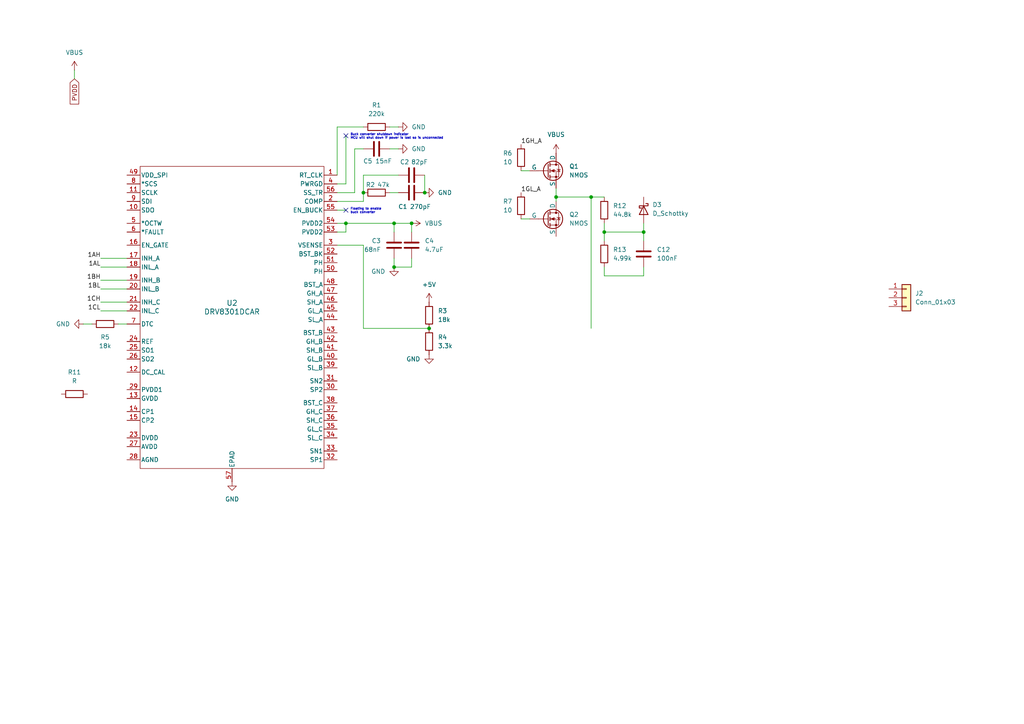
<source format=kicad_sch>
(kicad_sch (version 20231120) (generator "eeschema") (generator_version "8.0")
  (paper "A4")
  (lib_symbols
    (symbol "Connector_Generic:Conn_01x03" (pin_names (offset 1.016) hide)
      (property "Reference" "J" (at 0 5.08 0))
      (property "Value" "Conn_01x03" (at 0 -5.08 0))
      (symbol "Conn_01x03_1_1"
        (rectangle (start -1.27 -2.413) (end 0 -2.667) (stroke (width 0.1524)))
        (rectangle (start -1.27 0.127) (end 0 -0.127) (stroke (width 0.1524)))
        (rectangle (start -1.27 2.667) (end 0 2.413) (stroke (width 0.1524)))
        (rectangle (start -1.27 3.81) (end 1.27 -3.81) (stroke (width 0.254)) (fill (type background)))
        (pin passive line (at -5.08 2.54 0) (length 3.81) (name "Pin_1") (number "1"))
        (pin passive line (at -5.08 0 0) (length 3.81) (name "Pin_2") (number "2"))
        (pin passive line (at -5.08 -2.54 0) (length 3.81) (name "Pin_3") (number "3"))
      )
    )
    (symbol "Device:C" (pin_numbers hide) (pin_names (offset 0.254))
      (property "Reference" "C" (at 0.635 2.54 0))
      (property "Value" "C" (at 0.635 -2.54 0))
      (symbol "C_0_1"
        (polyline (pts (xy -2.032 -0.762) (xy 2.032 -0.762)) (stroke (width 0.508)))
        (polyline (pts (xy -2.032 0.762) (xy 2.032 0.762)) (stroke (width 0.508)))
      )
      (symbol "C_1_1"
        (pin passive line (at 0 3.81 270) (length 2.794) (name "~") (number "1"))
        (pin passive line (at 0 -3.81 90) (length 2.794) (name "~") (number "2"))
      )
    )
    (symbol "Device:D_Schottky" (pin_numbers hide) (pin_names (offset 1.016) hide)
      (property "Reference" "D" (at 0 2.54 0))
      (property "Value" "D_Schottky" (at 0 -2.54 0))
      (symbol "D_Schottky_0_1"
        (polyline (pts (xy 1.27 0) (xy -1.27 0)))
        (polyline (pts (xy 1.27 1.27) (xy 1.27 -1.27) (xy -1.27 0) (xy 1.27 1.27)) (stroke (width 0.254)))
        (polyline (pts (xy -1.905 0.635) (xy -1.905 1.27) (xy -1.27 1.27) (xy -1.27 -1.27) (xy -0.635 -1.27) (xy -0.635 -0.635)) (stroke (width 0.254)))
      )
      (symbol "D_Schottky_1_1"
        (pin passive line (at -3.81 0 0) (length 2.54) (name "K") (number "1"))
        (pin passive line (at 3.81 0 180) (length 2.54) (name "A") (number "2"))
      )
    )
    (symbol "Device:R" (pin_numbers hide) (pin_names (offset 0))
      (property "Reference" "R" (at 2.032 0 90))
      (property "Value" "R" (at 0 0 90))
      (symbol "R_0_1"
        (rectangle (start -1.016 -2.54) (end 1.016 2.54) (stroke (width 0.254)))
      )
      (symbol "R_1_1"
        (pin passive line (at 0 3.81 270) (length 1.27) (name "~") (number "1"))
        (pin passive line (at 0 -3.81 90) (length 1.27) (name "~") (number "2"))
      )
    )
    (symbol "EchoSymbols:DRV8301DCAR" (pin_names (offset 0.254))
      (property "Reference" "U" (at 0 1.524 0))
      (property "Value" "DRV8301DCAR" (at 0 -1.016 0))
      (symbol "DRV8301DCAR_0_1"
        (pin input line (at 30.48 39.37 180) (length 3.81) (name "RT_CLK") (number "1"))
        (pin output line (at -30.48 29.21 0) (length 3.81) (name "SDO") (number "10"))
        (pin input line (at -30.48 34.29 0) (length 3.81) (name "SCLK") (number "11"))
        (pin input line (at -30.48 -17.78 0) (length 3.81) (name "DC_CAL") (number "12"))
        (pin power_in line (at -30.48 -25.4 0) (length 3.81) (name "GVDD") (number "13"))
        (pin power_in line (at -30.48 -29.21 0) (length 3.81) (name "CP1") (number "14"))
        (pin power_in line (at -30.48 -31.75 0) (length 3.81) (name "CP2") (number "15"))
        (pin input line (at -30.48 19.05 0) (length 3.81) (name "EN_GATE") (number "16"))
        (pin input line (at -30.48 15.24 0) (length 3.81) (name "INH_A") (number "17"))
        (pin input line (at -30.48 12.7 0) (length 3.81) (name "INL_A") (number "18"))
        (pin input line (at -30.48 8.89 0) (length 3.81) (name "INH_B") (number "19"))
        (pin output line (at 30.48 31.75 180) (length 3.81) (name "COMP") (number "2"))
        (pin input line (at -30.48 6.35 0) (length 3.81) (name "INL_B") (number "20"))
        (pin input line (at -30.48 2.54 0) (length 3.81) (name "INH_C") (number "21"))
        (pin input line (at -30.48 0 0) (length 3.81) (name "INL_C") (number "22"))
        (pin power_in line (at -30.48 -36.83 0) (length 3.81) (name "DVDD") (number "23"))
        (pin input line (at -30.48 -8.89 0) (length 3.81) (name "REF") (number "24"))
        (pin output line (at -30.48 -11.43 0) (length 3.81) (name "SO1") (number "25"))
        (pin output line (at -30.48 -13.97 0) (length 3.81) (name "SO2") (number "26"))
        (pin power_in line (at -30.48 -39.37 0) (length 3.81) (name "AVDD") (number "27"))
        (pin power_in line (at -30.48 -43.18 0) (length 3.81) (name "AGND") (number "28"))
        (pin power_in line (at -30.48 -22.86 0) (length 3.81) (name "PVDD1") (number "29"))
        (pin input line (at 30.48 19.05 180) (length 3.81) (name "VSENSE") (number "3"))
        (pin input line (at 30.48 -22.86 180) (length 3.81) (name "SP2") (number "30"))
        (pin input line (at 30.48 -20.32 180) (length 3.81) (name "SN2") (number "31"))
        (pin input line (at 30.48 -43.18 180) (length 3.81) (name "SP1") (number "32"))
        (pin input line (at 30.48 -40.64 180) (length 3.81) (name "SN1") (number "33"))
        (pin input line (at 30.48 -36.83 180) (length 3.81) (name "SL_C") (number "34"))
        (pin output line (at 30.48 -34.29 180) (length 3.81) (name "GL_C") (number "35"))
        (pin input line (at 30.48 -31.75 180) (length 3.81) (name "SH_C") (number "36"))
        (pin output line (at 30.48 -29.21 180) (length 3.81) (name "GH_C") (number "37"))
        (pin power_in line (at 30.48 -26.67 180) (length 3.81) (name "BST_C") (number "38"))
        (pin input line (at 30.48 -16.51 180) (length 3.81) (name "SL_B") (number "39"))
        (pin input line (at 30.48 36.83 180) (length 3.81) (name "PWRGD") (number "4"))
        (pin output line (at 30.48 -13.97 180) (length 3.81) (name "GL_B") (number "40"))
        (pin input line (at 30.48 -11.43 180) (length 3.81) (name "SH_B") (number "41"))
        (pin output line (at 30.48 -8.89 180) (length 3.81) (name "GH_B") (number "42"))
        (pin power_in line (at 30.48 -6.35 180) (length 3.81) (name "BST_B") (number "43"))
        (pin input line (at 30.48 -2.54 180) (length 3.81) (name "SL_A") (number "44"))
        (pin output line (at 30.48 0 180) (length 3.81) (name "GL_A") (number "45"))
        (pin input line (at 30.48 2.54 180) (length 3.81) (name "SH_A") (number "46"))
        (pin output line (at 30.48 5.08 180) (length 3.81) (name "GH_A") (number "47"))
        (pin power_in line (at 30.48 7.62 180) (length 3.81) (name "BST_A") (number "48"))
        (pin input line (at -30.48 39.37 0) (length 3.81) (name "VDD_SPI") (number "49"))
        (pin output line (at -30.48 25.4 0) (length 3.81) (name "*OCTW") (number "5"))
        (pin output line (at 30.48 11.43 180) (length 3.81) (name "PH") (number "50"))
        (pin output line (at 30.48 13.97 180) (length 3.81) (name "PH") (number "51"))
        (pin power_in line (at 30.48 16.51 180) (length 3.81) (name "BST_BK") (number "52"))
        (pin power_in line (at 30.48 22.86 180) (length 3.81) (name "PVDD2") (number "53"))
        (pin power_in line (at 30.48 25.4 180) (length 3.81) (name "PVDD2") (number "54"))
        (pin input line (at 30.48 29.21 180) (length 3.81) (name "EN_BUCK") (number "55"))
        (pin input line (at 30.48 34.29 180) (length 3.81) (name "SS_TR") (number "56"))
        (pin unspecified line (at 0 -49.53 90) (length 3.81) (name "EPAD") (number "57"))
        (pin output line (at -30.48 22.86 0) (length 3.81) (name "*FAULT") (number "6"))
        (pin input line (at -30.48 -3.81 0) (length 3.81) (name "DTC") (number "7"))
        (pin input line (at -30.48 36.83 0) (length 3.81) (name "*SCS") (number "8"))
        (pin input line (at -30.48 31.75 0) (length 3.81) (name "SDI") (number "9"))
      )
      (symbol "DRV8301DCAR_1_1"
        (rectangle (start -26.67 41.91) (end 26.67 -45.72))
      )
    )
    (symbol "Simulation_SPICE:NMOS" (pin_numbers hide) (pin_names (offset 0))
      (property "Reference" "Q" (at 5.08 1.27 0))
      (property "Value" "NMOS" (at 5.08 -1.27 0))
      (symbol "NMOS_0_1"
        (polyline (pts (xy 0.254 0) (xy -2.54 0)))
        (polyline (pts (xy 0.254 1.905) (xy 0.254 -1.905)) (stroke (width 0.254)))
        (polyline (pts (xy 0.762 -1.27) (xy 0.762 -2.286)) (stroke (width 0.254)))
        (polyline (pts (xy 0.762 0.508) (xy 0.762 -0.508)) (stroke (width 0.254)))
        (polyline (pts (xy 0.762 2.286) (xy 0.762 1.27)) (stroke (width 0.254)))
        (polyline (pts (xy 2.54 2.54) (xy 2.54 1.778)))
        (polyline (pts (xy 2.54 -2.54) (xy 2.54 0) (xy 0.762 0)))
        (polyline (pts (xy 0.762 -1.778) (xy 3.302 -1.778) (xy 3.302 1.778) (xy 0.762 1.778)))
        (polyline (pts (xy 1.016 0) (xy 2.032 0.381) (xy 2.032 -0.381) (xy 1.016 0)) (fill (type outline)))
        (polyline (pts (xy 2.794 0.508) (xy 2.921 0.381) (xy 3.683 0.381) (xy 3.81 0.254)))
        (polyline (pts (xy 3.302 0.381) (xy 2.921 -0.254) (xy 3.683 -0.254) (xy 3.302 0.381)))
        (circle (center 1.651 0) (radius 2.794) (stroke (width 0.254)))
        (circle (center 2.54 -1.778) (radius 0.254) (fill (type outline)))
        (circle (center 2.54 1.778) (radius 0.254) (fill (type outline)))
      )
      (symbol "NMOS_1_1"
        (pin passive line (at 2.54 5.08 270) (length 2.54) (name "D") (number "1"))
        (pin input line (at -5.08 0 0) (length 2.54) (name "G") (number "2"))
        (pin passive line (at 2.54 -5.08 90) (length 2.54) (name "S") (number "3"))
      )
    )
    (symbol "power:+5V" (power) (pin_numbers hide) (pin_names (offset 0) hide)
      (property "Value" "+5V" (at 0 3.556 0))
      (symbol "+5V_0_1"
        (polyline (pts (xy -0.762 1.27) (xy 0 2.54)))
        (polyline (pts (xy 0 0) (xy 0 2.54)))
        (polyline (pts (xy 0 2.54) (xy 0.762 1.27)))
      )
      (symbol "+5V_1_1"
        (pin power_in line (at 0 0 90) (length 0) (name "~") (number "1"))
      )
    )
    (symbol "power:GND" (power) (pin_numbers hide) (pin_names (offset 0) hide)
      (property "Value" "GND" (at 0 -3.81 0))
      (symbol "GND_0_1"
        (polyline (pts (xy 0 0) (xy 0 -1.27) (xy 1.27 -1.27) (xy 0 -2.54) (xy -1.27 -1.27) (xy 0 -1.27)))
      )
      (symbol "GND_1_1"
        (pin power_in line (at 0 0 270) (length 0) (name "~") (number "1"))
      )
    )
    (symbol "power:VBUS" (power) (pin_numbers hide) (pin_names (offset 0) hide)
      (property "Value" "VBUS" (at 0 3.556 0))
      (symbol "VBUS_0_1"
        (polyline (pts (xy -0.762 1.27) (xy 0 2.54)))
        (polyline (pts (xy 0 0) (xy 0 2.54)))
        (polyline (pts (xy 0 2.54) (xy 0.762 1.27)))
      )
      (symbol "VBUS_1_1"
        (pin power_in line (at 0 0 90) (length 0) (name "~") (number "1"))
      )
    )
  )
  (junction (at 171.45 57.15))
  (junction (at 161.29 57.15))
  (junction (at 124.46 95.25))
  (junction (at 105.41 55.88))
  (junction (at 123.19 55.88))
  (junction (at 114.3 77.47))
  (junction (at 186.69 67.31))
  (junction (at 119.38 64.77))
  (junction (at 114.3 64.77))
  (junction (at 100.33 64.77))
  (junction (at 175.26 67.31))
  (no_connect (at 100.33 60.96))
  (no_connect (at 100.33 39.37))
  (wire (pts (xy 97.79 64.77) (xy 100.33 64.77)))
  (wire (pts (xy 171.45 57.15) (xy 175.26 57.15)))
  (wire (pts (xy 100.33 60.96) (xy 97.79 60.96)))
  (wire (pts (xy 24.13 93.98) (xy 26.67 93.98)))
  (wire (pts (xy 105.41 95.25) (xy 124.46 95.25)))
  (wire (pts (xy 115.57 43.18) (xy 113.03 43.18)))
  (wire (pts (xy 29.21 87.63) (xy 36.83 87.63)))
  (wire (pts (xy 151.13 63.5) (xy 153.67 63.5)))
  (wire (pts (xy 105.41 71.12) (xy 105.41 95.25)))
  (wire (pts (xy 105.41 55.88) (xy 105.41 58.42)))
  (wire (pts (xy 113.03 36.83) (xy 115.57 36.83)))
  (wire (pts (xy 114.3 77.47) (xy 114.3 74.93)))
  (wire (pts (xy 175.26 64.77) (xy 175.26 67.31)))
  (wire (pts (xy 151.13 49.53) (xy 153.67 49.53)))
  (wire (pts (xy 186.69 64.77) (xy 186.69 67.31)))
  (wire (pts (xy 97.79 36.83) (xy 105.41 36.83)))
  (wire (pts (xy 186.69 77.47) (xy 186.69 80.01)))
  (wire (pts (xy 97.79 36.83) (xy 97.79 50.8)))
  (wire (pts (xy 105.41 55.88) (xy 105.41 50.8)))
  (wire (pts (xy 161.29 57.15) (xy 161.29 58.42)))
  (wire (pts (xy 102.87 43.18) (xy 102.87 55.88)))
  (wire (pts (xy 114.3 64.77) (xy 114.3 67.31)))
  (wire (pts (xy 175.26 67.31) (xy 175.26 69.85)))
  (wire (pts (xy 186.69 80.01) (xy 175.26 80.01)))
  (wire (pts (xy 161.29 54.61) (xy 161.29 57.15)))
  (wire (pts (xy 105.41 50.8) (xy 115.57 50.8)))
  (wire (pts (xy 114.3 64.77) (xy 119.38 64.77)))
  (wire (pts (xy 119.38 64.77) (xy 119.38 67.31)))
  (wire (pts (xy 102.87 55.88) (xy 97.79 55.88)))
  (wire (pts (xy 171.45 57.15) (xy 171.45 95.25)))
  (wire (pts (xy 21.59 22.86) (xy 21.59 20.32)))
  (wire (pts (xy 100.33 53.34) (xy 97.79 53.34)))
  (wire (pts (xy 161.29 57.15) (xy 171.45 57.15)))
  (wire (pts (xy 34.29 93.98) (xy 36.83 93.98)))
  (wire (pts (xy 97.79 71.12) (xy 105.41 71.12)))
  (wire (pts (xy 119.38 77.47) (xy 119.38 74.93)))
  (wire (pts (xy 29.21 90.17) (xy 36.83 90.17)))
  (wire (pts (xy 29.21 83.82) (xy 36.83 83.82)))
  (wire (pts (xy 100.33 64.77) (xy 114.3 64.77)))
  (wire (pts (xy 123.19 55.88) (xy 123.19 50.8)))
  (wire (pts (xy 100.33 67.31) (xy 100.33 64.77)))
  (wire (pts (xy 97.79 67.31) (xy 100.33 67.31)))
  (wire (pts (xy 175.26 80.01) (xy 175.26 77.47)))
  (wire (pts (xy 115.57 55.88) (xy 113.03 55.88)))
  (wire (pts (xy 100.33 39.37) (xy 100.33 53.34)))
  (wire (pts (xy 29.21 77.47) (xy 36.83 77.47)))
  (wire (pts (xy 105.41 43.18) (xy 102.87 43.18)))
  (wire (pts (xy 114.3 77.47) (xy 119.38 77.47)))
  (wire (pts (xy 97.79 58.42) (xy 105.41 58.42)))
  (wire (pts (xy 175.26 67.31) (xy 186.69 67.31)))
  (wire (pts (xy 186.69 67.31) (xy 186.69 69.85)))
  (wire (pts (xy 29.21 81.28) (xy 36.83 81.28)))
  (wire (pts (xy 29.21 74.93) (xy 36.83 74.93)))
  (text "Buck converter shutdown indicator\nMCU will shut down if power is lost so is unconnected" (at 101.6 39.624 0) (effects (font (size 0.635 0.635)) (justify left)))
  (text "Floating to enable\nbuck converter" (at 101.6 61.214 0) (effects (font (size 0.635 0.635)) (justify left)))
  (label "1AL" (at 29.21 77.47 180))
  (label "1BH" (at 29.21 81.28 180))
  (label "1AH" (at 29.21 74.93 180))
  (label "1GL_A" (at 151.13 55.88 0))
  (label "1CL" (at 29.21 90.17 180))
  (label "1CH" (at 29.21 87.63 180))
  (label "1BL" (at 29.21 83.82 180))
  (label "1GH_A" (at 151.13 41.91 0))
  (global_label "PVDD" (shape input) (at 21.59 22.86 270) (property "Intersheetrefs" "${INTERSHEET_REFS}" (effects (hide yes))))
  (symbol (lib_id "Device:R") (at 151.13 45.72 180) (unit 1)
    (property "Reference" "R6" (at 148.59 44.4499 0) (effects (justify left)))
    (property "Value" "10" (at 148.59 46.9899 0) (effects (justify left)))
    (property "Description" "Resistor" (effects (hide yes)))
  )
  (symbol (lib_id "power:GND") (at 124.46 102.87 0) (unit 1)
    (property "Reference" "#PWR011" (effects (hide yes)))
    (property "Value" "GND" (at 121.92 104.1399 0) (effects (justify right)))
    (property "Description" "Power symbol creates a global label with name \"GND\" , ground" (effects (hide yes)))
  )
  (symbol (lib_id "Device:C") (at 109.22 43.18 90) (unit 1)
    (property "Reference" "C5" (at 106.68 46.736 90))
    (property "Value" "15nF" (at 111.252 46.736 90))
    (property "Description" "Unpolarized capacitor" (effects (hide yes)))
  )
  (symbol (lib_id "power:GND") (at 123.19 55.88 90) (unit 1)
    (property "Reference" "#PWR08" (effects (hide yes)))
    (property "Value" "GND" (at 127 55.8799 90) (effects (justify right)))
    (property "Description" "Power symbol creates a global label with name \"GND\" , ground" (effects (hide yes)))
  )
  (symbol (lib_id "power:GND") (at 114.3 77.47 0) (unit 1)
    (property "Reference" "#PWR03" (effects (hide yes)))
    (property "Value" "GND" (at 111.76 78.7399 0) (effects (justify right)))
    (property "Description" "Power symbol creates a global label with name \"GND\" , ground" (effects (hide yes)))
  )
  (symbol (lib_id "power:GND") (at 67.31 139.7 0) (unit 1)
    (property "Reference" "#PWR01" (effects (hide yes)))
    (property "Value" "GND" (at 67.31 144.78 0))
    (property "Description" "Power symbol creates a global label with name \"GND\" , ground" (effects (hide yes)))
  )
  (symbol (lib_id "Device:R") (at 151.13 59.69 180) (unit 1)
    (property "Reference" "R7" (at 148.59 58.4199 0) (effects (justify left)))
    (property "Value" "10" (at 148.59 60.9599 0) (effects (justify left)))
    (property "Description" "Resistor" (effects (hide yes)))
  )
  (symbol (lib_id "Simulation_SPICE:NMOS") (at 158.75 63.5 0) (unit 1)
    (property "Reference" "Q2" (at 165.1 62.2299 0) (effects (justify left)))
    (property "Value" "NMOS" (at 165.1 64.7699 0) (effects (justify left)))
    (property "Datasheet" "https://ngspice.sourceforge.io/docs/ngspice-html-manual/manual.xhtml#cha_MOSFETs" (effects (hide yes)))
    (property "Description" "N-MOSFET transistor, drain/source/gate" (effects (hide yes)))
    (property "Sim.Device" "NMOS" (effects (hide yes)))
    (property "Sim.Type" "VDMOS" (effects (hide yes)))
    (property "Sim.Pins" "1=D 2=G 3=S" (effects (hide yes)))
    (property "LCSC" "C19633877" (effects (hide yes)))
    (property "LCSC Link" "https://www.lcsc.com/product-detail/MOSFETs_AGM-Semi-AGM304AP-B_C19633877.html" (effects (hide yes)))
  )
  (symbol (lib_id "Device:C") (at 119.38 71.12 0) (unit 1)
    (property "Reference" "C4" (at 123.19 69.8499 0) (effects (justify left)))
    (property "Value" "4.7uF" (at 123.19 72.3899 0) (effects (justify left)))
    (property "Description" "Unpolarized capacitor" (effects (hide yes)))
  )
  (symbol (lib_id "power:GND") (at 115.57 43.18 90) (unit 1)
    (property "Reference" "#PWR07" (effects (hide yes)))
    (property "Value" "GND" (at 119.38 43.1799 90) (effects (justify right)))
    (property "Description" "Power symbol creates a global label with name \"GND\" , ground" (effects (hide yes)))
  )
  (symbol (lib_id "Device:R") (at 124.46 99.06 180) (unit 1)
    (property "Reference" "R4" (at 127 97.7899 0) (effects (justify right)))
    (property "Value" "3.3k" (at 127 100.3299 0) (effects (justify right)))
    (property "Description" "Resistor" (effects (hide yes)))
  )
  (symbol (lib_id "Connector_Generic:Conn_01x03") (at 262.89 86.36 0) (unit 1)
    (property "Reference" "J2" (at 265.43 85.0899 0) (effects (justify left)))
    (property "Value" "Conn_01x03" (at 265.43 87.6299 0) (effects (justify left)))
    (property "Description" "Generic connector, single row, 01x03, script generated (kicad-library-utils/schlib/autogen/connector/)" (effects (hide yes)))
  )
  (symbol (lib_id "power:VBUS") (at 119.38 64.77 270) (unit 1)
    (property "Reference" "#PWR09" (effects (hide yes)))
    (property "Value" "VBUS" (at 123.19 64.7699 90) (effects (justify left)))
    (property "Description" "Power symbol creates a global label with name \"VBUS\"" (effects (hide yes)))
  )
  (symbol (lib_id "Device:R") (at 109.22 55.88 270) (unit 1)
    (property "Reference" "R2" (at 107.442 53.594 90))
    (property "Value" "47k" (at 111.252 53.594 90))
    (property "Description" "Resistor" (effects (hide yes)))
  )
  (symbol (lib_id "power:VBUS") (at 161.29 44.45 0) (unit 1)
    (property "Reference" "#PWR013" (effects (hide yes)))
    (property "Value" "VBUS" (at 161.29 39.0317 0))
    (property "Description" "Power symbol creates a global label with name \"VBUS\"" (effects (hide yes)))
  )
  (symbol (lib_id "Device:C") (at 119.38 50.8 90) (unit 1)
    (property "Reference" "C2" (at 117.348 46.99 90))
    (property "Value" "82pF" (at 121.666 46.99 90))
    (property "Description" "Unpolarized capacitor" (effects (hide yes)))
  )
  (symbol (lib_id "Device:R") (at 124.46 91.44 180) (unit 1)
    (property "Reference" "R3" (at 127 90.1699 0) (effects (justify right)))
    (property "Value" "18k" (at 127 92.7099 0) (effects (justify right)))
    (property "Description" "Resistor" (effects (hide yes)))
  )
  (symbol (lib_id "Device:C") (at 114.3 71.12 0) (mirror x) (unit 1)
    (property "Reference" "C3" (at 110.49 69.8499 0) (effects (justify right)))
    (property "Value" "68nF" (at 110.49 72.3899 0) (effects (justify right)))
    (property "Description" "Unpolarized capacitor" (effects (hide yes)))
  )
  (symbol (lib_id "Device:D_Schottky") (at 186.69 60.96 270) (unit 1)
    (property "Reference" "D3" (at 189.23 59.3724 90) (effects (justify left)))
    (property "Value" "D_Schottky" (at 189.23 61.9124 90) (effects (justify left)))
    (property "Description" "Schottky diode" (effects (hide yes)))
  )
  (symbol (lib_id "power:GND") (at 115.57 36.83 90) (unit 1)
    (property "Reference" "#PWR06" (effects (hide yes)))
    (property "Value" "GND" (at 119.38 36.8299 90) (effects (justify right)))
    (property "Description" "Power symbol creates a global label with name \"GND\" , ground" (effects (hide yes)))
  )
  (symbol (lib_id "Device:C") (at 186.69 73.66 0) (unit 1)
    (property "Reference" "C12" (at 190.5 72.3899 0) (effects (justify left)))
    (property "Value" "100nF" (at 190.5 74.9299 0) (effects (justify left)))
    (property "Description" "Unpolarized capacitor" (effects (hide yes)))
  )
  (symbol (lib_id "Device:R") (at 30.48 93.98 270) (unit 1)
    (property "Reference" "R5" (at 30.48 97.79 90))
    (property "Value" "18k" (at 30.48 100.33 90))
    (property "Description" "Resistor" (effects (hide yes)))
  )
  (symbol (lib_id "EchoSymbols:DRV8301DCAR") (at 67.31 90.17 0) (unit 1)
    (property "Reference" "U2" (at 67.31 87.884 0) (effects (font (size 1.524 1.524))))
    (property "Value" "DRV8301DCAR" (at 67.31 90.424 0) (effects (font (size 1.524 1.524))))
    (property "Footprint" "DCA56_6P35X3P61" (effects (hide yes)))
    (property "Datasheet" "DRV8301DCAR" (effects (hide yes)))
    (property "LCSC" "C98969" (effects (hide yes)))
    (property "LCSC Link" "https://www.lcsc.com/product-detail/Brushless-DC-BLDC-Motor-Driver_Texas-Instruments-DRV8301DCAR_C98969.html?s_z=n_drv8301" (effects (hide yes)))
  )
  (symbol (lib_id "Device:R") (at 175.26 60.96 180) (unit 1)
    (property "Reference" "R12" (at 177.8 59.6899 0) (effects (justify right)))
    (property "Value" "44.8k" (at 177.8 62.2299 0) (effects (justify right)))
    (property "Description" "Resistor" (effects (hide yes)))
  )
  (symbol (lib_id "Device:R") (at 175.26 73.66 180) (unit 1)
    (property "Reference" "R13" (at 177.8 72.3899 0) (effects (justify right)))
    (property "Value" "4.99k" (at 177.8 74.9299 0) (effects (justify right)))
    (property "Description" "Resistor" (effects (hide yes)))
  )
  (symbol (lib_id "Device:C") (at 119.38 55.88 90) (unit 1)
    (property "Reference" "C1" (at 116.84 59.944 90))
    (property "Value" "270pF" (at 121.92 59.944 90))
    (property "Description" "Unpolarized capacitor" (effects (hide yes)))
  )
  (symbol (lib_id "Simulation_SPICE:NMOS") (at 158.75 49.53 0) (unit 1)
    (property "Reference" "Q1" (at 165.1 48.2599 0) (effects (justify left)))
    (property "Value" "NMOS" (at 165.1 50.7999 0) (effects (justify left)))
    (property "Datasheet" "https://ngspice.sourceforge.io/docs/ngspice-html-manual/manual.xhtml#cha_MOSFETs" (effects (hide yes)))
    (property "Description" "N-MOSFET transistor, drain/source/gate" (effects (hide yes)))
    (property "Sim.Device" "NMOS" (effects (hide yes)))
    (property "Sim.Type" "VDMOS" (effects (hide yes)))
    (property "Sim.Pins" "1=D 2=G 3=S" (effects (hide yes)))
    (property "LCSC" "C19633877" (effects (hide yes)))
    (property "LCSC Link" "https://www.lcsc.com/product-detail/MOSFETs_AGM-Semi-AGM304AP-B_C19633877.html" (effects (hide yes)))
  )
  (symbol (lib_id "Device:R") (at 109.22 36.83 90) (unit 1)
    (property "Reference" "R1" (at 109.22 30.48 90))
    (property "Value" "220k" (at 109.22 33.02 90))
    (property "Description" "Resistor" (effects (hide yes)))
  )
  (symbol (lib_id "power:VBUS") (at 21.59 20.32 0) (unit 1)
    (property "Reference" "#PWR02" (effects (hide yes)))
    (property "Value" "VBUS" (at 21.59 15.24 0))
    (property "Description" "Power symbol creates a global label with name \"VBUS\"" (effects (hide yes)))
  )
  (symbol (lib_id "power:+5V") (at 124.46 87.63 0) (unit 1)
    (property "Reference" "#PWR010" (effects (hide yes)))
    (property "Value" "+5V" (at 124.46 82.55 0))
    (property "Description" "Power symbol creates a global label with name \"+5V\"" (effects (hide yes)))
  )
  (symbol (lib_id "Device:R") (at 21.59 114.3 270) (unit 1)
    (property "Reference" "R11" (at 21.59 107.95 90))
    (property "Value" "R" (at 21.59 110.49 90))
    (property "Description" "Resistor" (effects (hide yes)))
  )
  (symbol (lib_id "power:GND") (at 24.13 93.98 270) (unit 1)
    (property "Reference" "#PWR012" (effects (hide yes)))
    (property "Value" "GND" (at 20.32 93.9799 90) (effects (justify right)))
    (property "Description" "Power symbol creates a global label with name \"GND\" , ground" (effects (hide yes)))
  )
)
</source>
